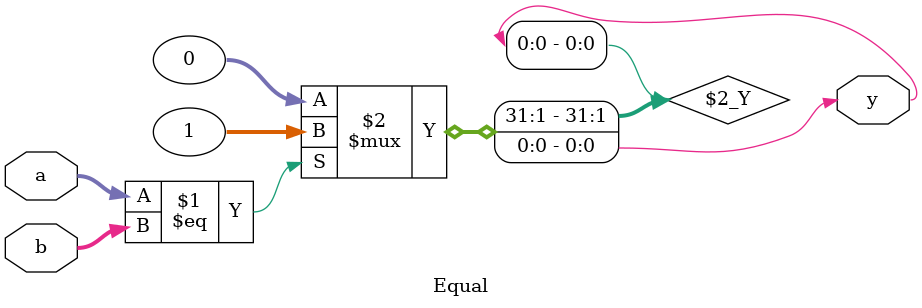
<source format=sv>
`timescale 1ns / 1ps


module Equal #(parameter WIDTH = 32)
    (
        input logic [WIDTH-1:0] a,b,
        output logic y
    );
    assign y=(a==b)?(1):(0);
endmodule

</source>
